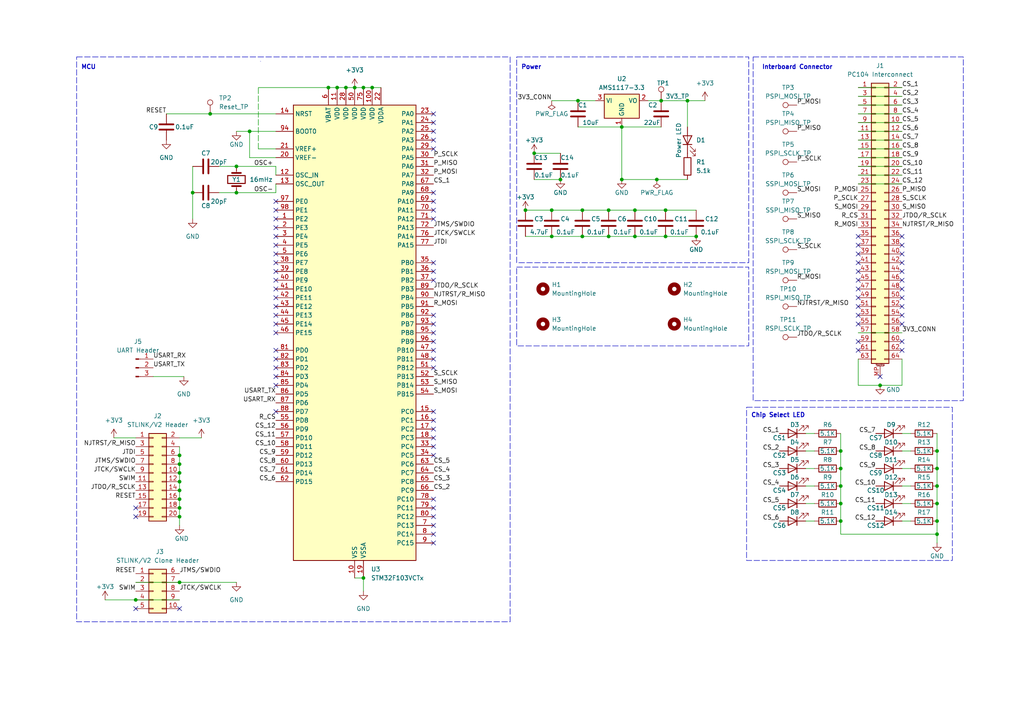
<source format=kicad_sch>
(kicad_sch (version 20230121) (generator eeschema)
  (paper "A4")
  (title_block (title "Hydra Board") (date "2024-02-09") (rev "Rev 0") (company "Husky Satellite Lab"))
  (lib_symbols
    (symbol "Connector:Conn_01x03_Pin" (pin_names (offset 1.016) hide)
      (property "Reference" "J" (at 0 5.08 0))
      (property "Value" "Conn_01x03_Pin" (at 0 -5.08 0))
      (symbol "Conn_01x03_Pin_1_1"
        (pin passive line (at 5.08 2.54 180) (length 3.81) (name "Pin_1") (number "1"))
        (pin passive line (at 5.08 0 180) (length 3.81) (name "Pin_2") (number "2"))
        (pin passive line (at 5.08 -2.54 180) (length 3.81) (name "Pin_3") (number "3"))
      )
    )
    (symbol "Connector:TestPoint" (pin_numbers hide) (pin_names (offset 0.762) hide)
      (property "Reference" "TP" (at 0 6.858 0))
      (property "Value" "TestPoint" (at 0 5.08 0))
      (symbol "TestPoint_1_1"
        (pin passive line (at 0 0 90) (length 2.54) (name "1") (number "1"))
      )
    )
    (symbol "Connector_Generic:Conn_02x05_Top_Bottom" (pin_names (offset 1.016) hide)
      (property "Reference" "J" (at 1.27 7.62 0))
      (property "Value" "Conn_02x05_Top_Bottom" (at 1.27 -7.62 0))
      (symbol "Conn_02x05_Top_Bottom_1_1"
        (pin passive line (at -5.08 5.08 0) (length 3.81) (name "Pin_1") (number "1"))
        (pin passive line (at 7.62 -5.08 180) (length 3.81) (name "Pin_10") (number "10"))
        (pin passive line (at -5.08 2.54 0) (length 3.81) (name "Pin_2") (number "2"))
        (pin passive line (at -5.08 0 0) (length 3.81) (name "Pin_3") (number "3"))
        (pin passive line (at -5.08 -2.54 0) (length 3.81) (name "Pin_4") (number "4"))
        (pin passive line (at -5.08 -5.08 0) (length 3.81) (name "Pin_5") (number "5"))
        (pin passive line (at 7.62 5.08 180) (length 3.81) (name "Pin_6") (number "6"))
        (pin passive line (at 7.62 2.54 180) (length 3.81) (name "Pin_7") (number "7"))
        (pin passive line (at 7.62 0 180) (length 3.81) (name "Pin_8") (number "8"))
        (pin passive line (at 7.62 -2.54 180) (length 3.81) (name "Pin_9") (number "9"))
      )
    )
    (symbol "Connector_Generic:Conn_02x10_Odd_Even" (pin_names (offset 1.016) hide)
      (property "Reference" "J" (at 1.27 12.7 0))
      (property "Value" "Conn_02x10_Odd_Even" (at 1.27 -15.24 0))
      (symbol "Conn_02x10_Odd_Even_1_1"
        (pin passive line (at -5.08 10.16 0) (length 3.81) (name "Pin_1") (number "1"))
        (pin passive line (at 7.62 0 180) (length 3.81) (name "Pin_10") (number "10"))
        (pin passive line (at -5.08 -2.54 0) (length 3.81) (name "Pin_11") (number "11"))
        (pin passive line (at 7.62 -2.54 180) (length 3.81) (name "Pin_12") (number "12"))
        (pin passive line (at -5.08 -5.08 0) (length 3.81) (name "Pin_13") (number "13"))
        (pin passive line (at 7.62 -5.08 180) (length 3.81) (name "Pin_14") (number "14"))
        (pin passive line (at -5.08 -7.62 0) (length 3.81) (name "Pin_15") (number "15"))
        (pin passive line (at 7.62 -7.62 180) (length 3.81) (name "Pin_16") (number "16"))
        (pin passive line (at -5.08 -10.16 0) (length 3.81) (name "Pin_17") (number "17"))
        (pin passive line (at 7.62 -10.16 180) (length 3.81) (name "Pin_18") (number "18"))
        (pin passive line (at -5.08 -12.7 0) (length 3.81) (name "Pin_19") (number "19"))
        (pin passive line (at 7.62 10.16 180) (length 3.81) (name "Pin_2") (number "2"))
        (pin passive line (at 7.62 -12.7 180) (length 3.81) (name "Pin_20") (number "20"))
        (pin passive line (at -5.08 7.62 0) (length 3.81) (name "Pin_3") (number "3"))
        (pin passive line (at 7.62 7.62 180) (length 3.81) (name "Pin_4") (number "4"))
        (pin passive line (at -5.08 5.08 0) (length 3.81) (name "Pin_5") (number "5"))
        (pin passive line (at 7.62 5.08 180) (length 3.81) (name "Pin_6") (number "6"))
        (pin passive line (at -5.08 2.54 0) (length 3.81) (name "Pin_7") (number "7"))
        (pin passive line (at 7.62 2.54 180) (length 3.81) (name "Pin_8") (number "8"))
        (pin passive line (at -5.08 0 0) (length 3.81) (name "Pin_9") (number "9"))
      )
    )
    (symbol "Connector_Generic_MountingPin:Conn_02x32_Odd_Even_MountingPin" (pin_names (offset 1.016) hide)
      (property "Reference" "J" (at 1.27 40.64 0))
      (property "Value" "Conn_02x32_Odd_Even_MountingPin" (at 2.54 -43.18 0))
      (symbol "Conn_02x32_Odd_Even_MountingPin_1_1"
        (text "Mounting" (at 1.27 -42.291 0) (effects (font (size 0.381 0.381))))
        (pin passive line (at -5.08 38.1 0) (length 3.81) (name "Pin_1") (number "1"))
        (pin passive line (at 7.62 27.94 180) (length 3.81) (name "Pin_10") (number "10"))
        (pin passive line (at -5.08 25.4 0) (length 3.81) (name "Pin_11") (number "11"))
        (pin passive line (at 7.62 25.4 180) (length 3.81) (name "Pin_12") (number "12"))
        (pin passive line (at -5.08 22.86 0) (length 3.81) (name "Pin_13") (number "13"))
        (pin passive line (at 7.62 22.86 180) (length 3.81) (name "Pin_14") (number "14"))
        (pin passive line (at -5.08 20.32 0) (length 3.81) (name "Pin_15") (number "15"))
        (pin passive line (at 7.62 20.32 180) (length 3.81) (name "Pin_16") (number "16"))
        (pin passive line (at -5.08 17.78 0) (length 3.81) (name "Pin_17") (number "17"))
        (pin passive line (at 7.62 17.78 180) (length 3.81) (name "Pin_18") (number "18"))
        (pin passive line (at -5.08 15.24 0) (length 3.81) (name "Pin_19") (number "19"))
        (pin passive line (at 7.62 38.1 180) (length 3.81) (name "Pin_2") (number "2"))
        (pin passive line (at 7.62 15.24 180) (length 3.81) (name "Pin_20") (number "20"))
        (pin passive line (at -5.08 12.7 0) (length 3.81) (name "Pin_21") (number "21"))
        (pin passive line (at 7.62 12.7 180) (length 3.81) (name "Pin_22") (number "22"))
        (pin passive line (at -5.08 10.16 0) (length 3.81) (name "Pin_23") (number "23"))
        (pin passive line (at 7.62 10.16 180) (length 3.81) (name "Pin_24") (number "24"))
        (pin passive line (at -5.08 7.62 0) (length 3.81) (name "Pin_25") (number "25"))
        (pin passive line (at 7.62 7.62 180) (length 3.81) (name "Pin_26") (number "26"))
        (pin passive line (at -5.08 5.08 0) (length 3.81) (name "Pin_27") (number "27"))
        (pin passive line (at 7.62 5.08 180) (length 3.81) (name "Pin_28") (number "28"))
        (pin passive line (at -5.08 2.54 0) (length 3.81) (name "Pin_29") (number "29"))
        (pin passive line (at -5.08 35.56 0) (length 3.81) (name "Pin_3") (number "3"))
        (pin passive line (at 7.62 2.54 180) (length 3.81) (name "Pin_30") (number "30"))
        (pin passive line (at -5.08 0 0) (length 3.81) (name "Pin_31") (number "31"))
        (pin passive line (at 7.62 0 180) (length 3.81) (name "Pin_32") (number "32"))
        (pin passive line (at -5.08 -2.54 0) (length 3.81) (name "Pin_33") (number "33"))
        (pin passive line (at 7.62 -2.54 180) (length 3.81) (name "Pin_34") (number "34"))
        (pin passive line (at -5.08 -5.08 0) (length 3.81) (name "Pin_35") (number "35"))
        (pin passive line (at 7.62 -5.08 180) (length 3.81) (name "Pin_36") (number "36"))
        (pin passive line (at -5.08 -7.62 0) (length 3.81) (name "Pin_37") (number "37"))
        (pin passive line (at 7.62 -7.62 180) (length 3.81) (name "Pin_38") (number "38"))
        (pin passive line (at -5.08 -10.16 0) (length 3.81) (name "Pin_39") (number "39"))
        (pin passive line (at 7.62 35.56 180) (length 3.81) (name "Pin_4") (number "4"))
        (pin passive line (at 7.62 -10.16 180) (length 3.81) (name "Pin_40") (number "40"))
        (pin passive line (at -5.08 -12.7 0) (length 3.81) (name "Pin_41") (number "41"))
        (pin passive line (at 7.62 -12.7 180) (length 3.81) (name "Pin_42") (number "42"))
        (pin passive line (at -5.08 -15.24 0) (length 3.81) (name "Pin_43") (number "43"))
        (pin passive line (at 7.62 -15.24 180) (length 3.81) (name "Pin_44") (number "44"))
        (pin passive line (at -5.08 -17.78 0) (length 3.81) (name "Pin_45") (number "45"))
        (pin passive line (at 7.62 -17.78 180) (length 3.81) (name "Pin_46") (number "46"))
        (pin passive line (at -5.08 -20.32 0) (length 3.81) (name "Pin_47") (number "47"))
        (pin passive line (at 7.62 -20.32 180) (length 3.81) (name "Pin_48") (number "48"))
        (pin passive line (at -5.08 -22.86 0) (length 3.81) (name "Pin_49") (number "49"))
        (pin passive line (at -5.08 33.02 0) (length 3.81) (name "Pin_5") (number "5"))
        (pin passive line (at 7.62 -22.86 180) (length 3.81) (name "Pin_50") (number "50"))
        (pin passive line (at -5.08 -25.4 0) (length 3.81) (name "Pin_51") (number "51"))
        (pin passive line (at 7.62 -25.4 180) (length 3.81) (name "Pin_52") (number "52"))
        (pin passive line (at -5.08 -27.94 0) (length 3.81) (name "Pin_53") (number "53"))
        (pin passive line (at 7.62 -27.94 180) (length 3.81) (name "Pin_54") (number "54"))
        (pin passive line (at -5.08 -30.48 0) (length 3.81) (name "Pin_55") (number "55"))
        (pin passive line (at 7.62 -30.48 180) (length 3.81) (name "Pin_56") (number "56"))
        (pin passive line (at -5.08 -33.02 0) (length 3.81) (name "Pin_57") (number "57"))
        (pin passive line (at 7.62 -33.02 180) (length 3.81) (name "Pin_58") (number "58"))
        (pin passive line (at -5.08 -35.56 0) (length 3.81) (name "Pin_59") (number "59"))
        (pin passive line (at 7.62 33.02 180) (length 3.81) (name "Pin_6") (number "6"))
        (pin passive line (at 7.62 -35.56 180) (length 3.81) (name "Pin_60") (number "60"))
        (pin passive line (at -5.08 -38.1 0) (length 3.81) (name "Pin_61") (number "61"))
        (pin passive line (at 7.62 -38.1 180) (length 3.81) (name "Pin_62") (number "62"))
        (pin passive line (at -5.08 -40.64 0) (length 3.81) (name "Pin_63") (number "63"))
        (pin passive line (at 7.62 -40.64 180) (length 3.81) (name "Pin_64") (number "64"))
        (pin passive line (at -5.08 30.48 0) (length 3.81) (name "Pin_7") (number "7"))
        (pin passive line (at 7.62 30.48 180) (length 3.81) (name "Pin_8") (number "8"))
        (pin passive line (at -5.08 27.94 0) (length 3.81) (name "Pin_9") (number "9"))
        (pin passive line (at 1.27 -45.72 90) (length 3.048) (name "MountPin") (number "MP"))
      )
    )
    (symbol "Device:C" (pin_numbers hide) (pin_names (offset 0.254))
      (property "Reference" "C" (at 0.635 2.54 0))
      (property "Value" "C" (at 0.635 -2.54 0))
      (symbol "C_1_1"
        (pin passive line (at 0 3.81 270) (length 2.794) (name "~") (number "1"))
        (pin passive line (at 0 -3.81 90) (length 2.794) (name "~") (number "2"))
      )
    )
    (symbol "Device:Crystal" (pin_numbers hide) (pin_names (offset 1.016) hide)
      (property "Reference" "Y" (at 0 3.81 0))
      (property "Value" "Crystal" (at 0 -3.81 0))
      (symbol "Crystal_1_1"
        (pin passive line (at -3.81 0 0) (length 1.27) (name "1") (number "1"))
        (pin passive line (at 3.81 0 180) (length 1.27) (name "2") (number "2"))
      )
    )
    (symbol "Device:LED" (pin_numbers hide) (pin_names (offset 1.016) hide)
      (property "Reference" "D" (at 0 2.54 0))
      (property "Value" "LED" (at 0 -2.54 0))
      (symbol "LED_1_1"
        (pin passive line (at -3.81 0 0) (length 2.54) (name "K") (number "1"))
        (pin passive line (at 3.81 0 180) (length 2.54) (name "A") (number "2"))
      )
    )
    (symbol "Device:R" (pin_numbers hide) (pin_names (offset 0))
      (property "Reference" "R" (at 2.032 0 90))
      (property "Value" "R" (at 0 0 90))
      (symbol "R_1_1"
        (pin passive line (at 0 3.81 270) (length 1.27) (name "~") (number "1"))
        (pin passive line (at 0 -3.81 90) (length 1.27) (name "~") (number "2"))
      )
    )
    (symbol "MCU_ST_STM32F1:STM32F103VCTx"
      (property "Reference" "U" (at -17.78 67.31 0))
      (property "Value" "STM32F103VCTx" (at 10.16 67.31 0))
      (symbol "STM32F103VCTx_1_1"
        (pin bidirectional line (at -22.86 33.02 0) (length 5.08) (name "PE2") (number "1"))
        (pin power_in line (at 0 -71.12 90) (length 5.08) (name "VSS") (number "10"))
        (pin power_in line (at 5.08 71.12 270) (length 5.08) (name "VDD") (number "100"))
        (pin power_in line (at -5.08 71.12 270) (length 5.08) (name "VDD") (number "11"))
        (pin input line (at -22.86 45.72 0) (length 5.08) (name "OSC_IN") (number "12"))
        (pin input line (at -22.86 43.18 0) (length 5.08) (name "OSC_OUT") (number "13"))
        (pin input line (at -22.86 63.5 0) (length 5.08) (name "NRST") (number "14"))
        (pin bidirectional line (at 22.86 -22.86 180) (length 5.08) (name "PC0") (number "15"))
        (pin bidirectional line (at 22.86 -25.4 180) (length 5.08) (name "PC1") (number "16"))
        (pin bidirectional line (at 22.86 -27.94 180) (length 5.08) (name "PC2") (number "17"))
        (pin bidirectional line (at 22.86 -30.48 180) (length 5.08) (name "PC3") (number "18"))
        (pin power_in line (at 2.54 -71.12 90) (length 5.08) (name "VSSA") (number "19"))
        (pin bidirectional line (at -22.86 30.48 0) (length 5.08) (name "PE3") (number "2"))
        (pin input line (at -22.86 50.8 0) (length 5.08) (name "VREF-") (number "20"))
        (pin input line (at -22.86 53.34 0) (length 5.08) (name "VREF+") (number "21"))
        (pin power_in line (at 7.62 71.12 270) (length 5.08) (name "VDDA") (number "22"))
        (pin bidirectional line (at 22.86 63.5 180) (length 5.08) (name "PA0") (number "23"))
        (pin bidirectional line (at 22.86 60.96 180) (length 5.08) (name "PA1") (number "24"))
        (pin bidirectional line (at 22.86 58.42 180) (length 5.08) (name "PA2") (number "25"))
        (pin bidirectional line (at 22.86 55.88 180) (length 5.08) (name "PA3") (number "26"))
        (pin passive line (at 0 -71.12 90) (length 5.08) hide (name "VSS") (number "27"))
        (pin power_in line (at -2.54 71.12 270) (length 5.08) (name "VDD") (number "28"))
        (pin bidirectional line (at 22.86 53.34 180) (length 5.08) (name "PA4") (number "29"))
        (pin bidirectional line (at -22.86 27.94 0) (length 5.08) (name "PE4") (number "3"))
        (pin bidirectional line (at 22.86 50.8 180) (length 5.08) (name "PA5") (number "30"))
        (pin bidirectional line (at 22.86 48.26 180) (length 5.08) (name "PA6") (number "31"))
        (pin bidirectional line (at 22.86 45.72 180) (length 5.08) (name "PA7") (number "32"))
        (pin bidirectional line (at 22.86 -33.02 180) (length 5.08) (name "PC4") (number "33"))
        (pin bidirectional line (at 22.86 -35.56 180) (length 5.08) (name "PC5") (number "34"))
        (pin bidirectional line (at 22.86 20.32 180) (length 5.08) (name "PB0") (number "35"))
        (pin bidirectional line (at 22.86 17.78 180) (length 5.08) (name "PB1") (number "36"))
        (pin bidirectional line (at 22.86 15.24 180) (length 5.08) (name "PB2") (number "37"))
        (pin bidirectional line (at -22.86 20.32 0) (length 5.08) (name "PE7") (number "38"))
        (pin bidirectional line (at -22.86 17.78 0) (length 5.08) (name "PE8") (number "39"))
        (pin bidirectional line (at -22.86 25.4 0) (length 5.08) (name "PE5") (number "4"))
        (pin bidirectional line (at -22.86 15.24 0) (length 5.08) (name "PE9") (number "40"))
        (pin bidirectional line (at -22.86 12.7 0) (length 5.08) (name "PE10") (number "41"))
        (pin bidirectional line (at -22.86 10.16 0) (length 5.08) (name "PE11") (number "42"))
        (pin bidirectional line (at -22.86 7.62 0) (length 5.08) (name "PE12") (number "43"))
        (pin bidirectional line (at -22.86 5.08 0) (length 5.08) (name "PE13") (number "44"))
        (pin bidirectional line (at -22.86 2.54 0) (length 5.08) (name "PE14") (number "45"))
        (pin bidirectional line (at -22.86 0 0) (length 5.08) (name "PE15") (number "46"))
        (pin bidirectional line (at 22.86 -5.08 180) (length 5.08) (name "PB10") (number "47"))
        (pin bidirectional line (at 22.86 -7.62 180) (length 5.08) (name "PB11") (number "48"))
        (pin passive line (at 0 -71.12 90) (length 5.08) hide (name "VSS") (number "49"))
        (pin bidirectional line (at -22.86 22.86 0) (length 5.08) (name "PE6") (number "5"))
        (pin power_in line (at 0 71.12 270) (length 5.08) (name "VDD") (number "50"))
        (pin bidirectional line (at 22.86 -10.16 180) (length 5.08) (name "PB12") (number "51"))
        (pin bidirectional line (at 22.86 -12.7 180) (length 5.08) (name "PB13") (number "52"))
        (pin bidirectional line (at 22.86 -15.24 180) (length 5.08) (name "PB14") (number "53"))
        (pin bidirectional line (at 22.86 -17.78 180) (length 5.08) (name "PB15") (number "54"))
        (pin bidirectional line (at -22.86 -25.4 0) (length 5.08) (name "PD8") (number "55"))
        (pin bidirectional line (at -22.86 -27.94 0) (length 5.08) (name "PD9") (number "56"))
        (pin bidirectional line (at -22.86 -30.48 0) (length 5.08) (name "PD10") (number "57"))
        (pin bidirectional line (at -22.86 -33.02 0) (length 5.08) (name "PD11") (number "58"))
        (pin bidirectional line (at -22.86 -35.56 0) (length 5.08) (name "PD12") (number "59"))
        (pin power_in line (at -7.62 71.12 270) (length 5.08) (name "VBAT") (number "6"))
        (pin bidirectional line (at -22.86 -38.1 0) (length 5.08) (name "PD13") (number "60"))
        (pin bidirectional line (at -22.86 -40.64 0) (length 5.08) (name "PD14") (number "61"))
        (pin bidirectional line (at -22.86 -43.18 0) (length 5.08) (name "PD15") (number "62"))
        (pin bidirectional line (at 22.86 -38.1 180) (length 5.08) (name "PC6") (number "63"))
        (pin bidirectional line (at 22.86 -40.64 180) (length 5.08) (name "PC7") (number "64"))
        (pin bidirectional line (at 22.86 -43.18 180) (length 5.08) (name "PC8") (number "65"))
        (pin bidirectional line (at 22.86 -45.72 180) (length 5.08) (name "PC9") (number "66"))
        (pin bidirectional line (at 22.86 43.18 180) (length 5.08) (name "PA8") (number "67"))
        (pin bidirectional line (at 22.86 40.64 180) (length 5.08) (name "PA9") (number "68"))
        (pin bidirectional line (at 22.86 38.1 180) (length 5.08) (name "PA10") (number "69"))
        (pin bidirectional line (at 22.86 -55.88 180) (length 5.08) (name "PC13") (number "7"))
        (pin bidirectional line (at 22.86 35.56 180) (length 5.08) (name "PA11") (number "70"))
        (pin bidirectional line (at 22.86 33.02 180) (length 5.08) (name "PA12") (number "71"))
        (pin bidirectional line (at 22.86 30.48 180) (length 5.08) (name "PA13") (number "72"))
        (pin no_connect line (at -17.78 -66.04 0) (length 5.08) hide (name "NC") (number "73"))
        (pin passive line (at 0 -71.12 90) (length 5.08) hide (name "VSS") (number "74"))
        (pin power_in line (at 2.54 71.12 270) (length 5.08) (name "VDD") (number "75"))
        (pin bidirectional line (at 22.86 27.94 180) (length 5.08) (name "PA14") (number "76"))
        (pin bidirectional line (at 22.86 25.4 180) (length 5.08) (name "PA15") (number "77"))
        (pin bidirectional line (at 22.86 -48.26 180) (length 5.08) (name "PC10") (number "78"))
        (pin bidirectional line (at 22.86 -50.8 180) (length 5.08) (name "PC11") (number "79"))
        (pin bidirectional line (at 22.86 -58.42 180) (length 5.08) (name "PC14") (number "8"))
        (pin bidirectional line (at 22.86 -53.34 180) (length 5.08) (name "PC12") (number "80"))
        (pin bidirectional line (at -22.86 -5.08 0) (length 5.08) (name "PD0") (number "81"))
        (pin bidirectional line (at -22.86 -7.62 0) (length 5.08) (name "PD1") (number "82"))
        (pin bidirectional line (at -22.86 -10.16 0) (length 5.08) (name "PD2") (number "83"))
        (pin bidirectional line (at -22.86 -12.7 0) (length 5.08) (name "PD3") (number "84"))
        (pin bidirectional line (at -22.86 -15.24 0) (length 5.08) (name "PD4") (number "85"))
        (pin bidirectional line (at -22.86 -17.78 0) (length 5.08) (name "PD5") (number "86"))
        (pin bidirectional line (at -22.86 -20.32 0) (length 5.08) (name "PD6") (number "87"))
        (pin bidirectional line (at -22.86 -22.86 0) (length 5.08) (name "PD7") (number "88"))
        (pin bidirectional line (at 22.86 12.7 180) (length 5.08) (name "PB3") (number "89"))
        (pin bidirectional line (at 22.86 -60.96 180) (length 5.08) (name "PC15") (number "9"))
        (pin bidirectional line (at 22.86 10.16 180) (length 5.08) (name "PB4") (number "90"))
        (pin bidirectional line (at 22.86 7.62 180) (length 5.08) (name "PB5") (number "91"))
        (pin bidirectional line (at 22.86 5.08 180) (length 5.08) (name "PB6") (number "92"))
        (pin bidirectional line (at 22.86 2.54 180) (length 5.08) (name "PB7") (number "93"))
        (pin input line (at -22.86 58.42 0) (length 5.08) (name "BOOT0") (number "94"))
        (pin bidirectional line (at 22.86 0 180) (length 5.08) (name "PB8") (number "95"))
        (pin bidirectional line (at 22.86 -2.54 180) (length 5.08) (name "PB9") (number "96"))
        (pin bidirectional line (at -22.86 38.1 0) (length 5.08) (name "PE0") (number "97"))
        (pin bidirectional line (at -22.86 35.56 0) (length 5.08) (name "PE1") (number "98"))
        (pin passive line (at 0 -71.12 90) (length 5.08) hide (name "VSS") (number "99"))
      )
    )
    (symbol "Mechanical:MountingHole" (pin_names (offset 1.016))
      (property "Reference" "H" (at 0 5.08 0))
      (property "Value" "MountingHole" (at 0 3.175 0))
    )
    (symbol "Regulator_Linear:AMS1117-3.3"
      (property "Reference" "U" (at -3.81 3.175 0))
      (property "Value" "AMS1117-3.3" (at 0 3.175 0))
      (symbol "AMS1117-3.3_1_1"
        (pin power_in line (at 0 -7.62 90) (length 2.54) (name "GND") (number "1"))
        (pin power_out line (at 7.62 0 180) (length 2.54) (name "VO") (number "2"))
        (pin power_in line (at -7.62 0 0) (length 2.54) (name "VI") (number "3"))
      )
    )
    (symbol "power:+3V3" (power) (pin_names (offset 0))
      (property "Value" "+3V3" (at 0 3.556 0))
      (symbol "+3V3_1_1"
        (pin power_in line (at 0 0 90) (length 0) hide (name "+3V3") (number "1"))
      )
    )
    (symbol "power:GND" (power) (pin_names (offset 0))
      (property "Value" "GND" (at 0 -3.81 0))
      (symbol "GND_1_1"
        (pin power_in line (at 0 0 270) (length 0) hide (name "GND") (number "1"))
      )
    )
    (symbol "power:PWR_FLAG" (power) (pin_numbers hide) (pin_names (offset 0) hide)
      (property "Value" "PWR_FLAG" (at 0 3.81 0))
      (symbol "PWR_FLAG_0_0"
        (pin power_out line (at 0 0 90) (length 0) (name "pwr") (number "1"))
      )
    )
  )
  (junction (at 52.07 142.24))
  (junction (at 184.15 68.58))
  (junction (at 52.07 149.86))
  (junction (at 184.15 60.96))
  (junction (at 105.41 167.64))
  (junction (at 167.64 29.21))
  (junction (at 160.02 60.96))
  (junction (at 271.78 146.05))
  (junction (at 180.34 36.83))
  (junction (at 243.84 140.97))
  (junction (at 52.07 147.32))
  (junction (at 39.37 173.99))
  (junction (at 68.58 48.26))
  (junction (at 52.07 137.16))
  (junction (at 193.04 68.58))
  (junction (at 243.84 146.05))
  (junction (at 243.84 135.89))
  (junction (at 105.41 25.4))
  (junction (at 52.07 139.7))
  (junction (at 243.84 130.81))
  (junction (at 52.07 144.78))
  (junction (at 95.25 25.4))
  (junction (at 97.79 25.4))
  (junction (at 255.27 111.76))
  (junction (at 102.87 25.4))
  (junction (at 243.84 151.13))
  (junction (at 154.94 44.45))
  (junction (at 201.93 68.58))
  (junction (at 271.78 135.89))
  (junction (at 55.88 55.88))
  (junction (at 168.91 68.58))
  (junction (at 191.77 29.21))
  (junction (at 176.53 68.58))
  (junction (at 107.95 25.4))
  (junction (at 162.56 52.07))
  (junction (at 190.5 52.07))
  (junction (at 176.53 60.96))
  (junction (at 68.58 55.88))
  (junction (at 199.39 29.21))
  (junction (at 168.91 60.96))
  (junction (at 52.07 132.08))
  (junction (at 152.4 60.96))
  (junction (at 52.07 134.62))
  (junction (at 271.78 154.94))
  (junction (at 100.33 25.4))
  (junction (at 193.04 60.96))
  (junction (at 271.78 130.81))
  (junction (at 180.34 52.07))
  (junction (at 271.78 140.97))
  (junction (at 72.39 38.1))
  (junction (at 60.96 33.02))
  (junction (at 52.07 168.91))
  (junction (at 271.78 151.13))
  (junction (at 160.02 68.58))
  (no_connect (at 125.73 119.38))
  (no_connect (at 125.73 33.02))
  (no_connect (at 248.92 99.06))
  (no_connect (at 39.37 176.53))
  (no_connect (at 125.73 40.64))
  (no_connect (at 80.01 58.42))
  (no_connect (at 80.01 91.44))
  (no_connect (at 248.92 76.2))
  (no_connect (at 125.73 147.32))
  (no_connect (at 261.62 68.58))
  (no_connect (at 80.01 96.52))
  (no_connect (at 125.73 127))
  (no_connect (at 80.01 109.22))
  (no_connect (at 125.73 129.54))
  (no_connect (at 125.73 154.94))
  (no_connect (at 261.62 88.9))
  (no_connect (at 125.73 78.74))
  (no_connect (at 125.73 76.2))
  (no_connect (at 125.73 63.5))
  (no_connect (at 261.62 83.82))
  (no_connect (at 261.62 99.06))
  (no_connect (at 125.73 124.46))
  (no_connect (at 80.01 104.14))
  (no_connect (at 261.62 73.66))
  (no_connect (at 261.62 76.2))
  (no_connect (at 261.62 101.6))
  (no_connect (at 125.73 38.1))
  (no_connect (at 248.92 71.12))
  (no_connect (at 125.73 152.4))
  (no_connect (at 80.01 71.12))
  (no_connect (at 125.73 58.42))
  (no_connect (at 125.73 81.28))
  (no_connect (at 80.01 88.9))
  (no_connect (at 261.62 78.74))
  (no_connect (at 52.07 176.53))
  (no_connect (at 248.92 78.74))
  (no_connect (at 248.92 86.36))
  (no_connect (at 125.73 99.06))
  (no_connect (at 261.62 86.36))
  (no_connect (at 80.01 119.38))
  (no_connect (at 80.01 93.98))
  (no_connect (at 261.62 71.12))
  (no_connect (at 80.01 83.82))
  (no_connect (at 80.01 78.74))
  (no_connect (at 80.01 101.6))
  (no_connect (at 125.73 121.92))
  (no_connect (at 80.01 76.2))
  (no_connect (at 125.73 101.6))
  (no_connect (at 125.73 106.68))
  (no_connect (at 248.92 91.44))
  (no_connect (at 80.01 111.76))
  (no_connect (at 125.73 132.08))
  (no_connect (at 39.37 149.86))
  (no_connect (at 80.01 106.68))
  (no_connect (at 125.73 93.98))
  (no_connect (at 248.92 73.66))
  (no_connect (at 125.73 157.48))
  (no_connect (at 125.73 104.14))
  (no_connect (at 125.73 96.52))
  (no_connect (at 248.92 88.9))
  (no_connect (at 125.73 55.88))
  (no_connect (at 255.27 109.22))
  (no_connect (at 80.01 68.58))
  (no_connect (at 248.92 81.28))
  (no_connect (at 80.01 81.28))
  (no_connect (at 80.01 60.96))
  (no_connect (at 248.92 83.82))
  (no_connect (at 125.73 35.56))
  (no_connect (at 125.73 149.86))
  (no_connect (at 39.37 147.32))
  (no_connect (at 80.01 73.66))
  (no_connect (at 125.73 43.18))
  (no_connect (at 80.01 66.04))
  (no_connect (at 80.01 86.36))
  (no_connect (at 261.62 81.28))
  (no_connect (at 248.92 93.98))
  (no_connect (at 125.73 144.78))
  (no_connect (at 80.01 63.5))
  (no_connect (at 261.62 91.44))
  (no_connect (at 248.92 101.6))
  (no_connect (at 261.62 93.98))
  (no_connect (at 125.73 60.96))
  (no_connect (at 248.92 68.58))
  (no_connect (at 125.73 91.44))
  (wire (pts (xy 176.53 60.96) (xy 184.15 60.96)))
  (wire (pts (xy 248.92 96.52) (xy 261.62 96.52)))
  (wire (pts (xy 271.78 125.73) (xy 271.78 130.81)))
  (wire (pts (xy 48.26 33.02) (xy 60.96 33.02)))
  (wire (pts (xy 39.37 173.99) (xy 52.07 173.99)))
  (wire (pts (xy 44.45 109.22) (xy 53.34 109.22)))
  (wire (pts (xy 68.58 55.88) (xy 80.01 55.88)))
  (wire (pts (xy 248.92 27.94) (xy 261.62 27.94)))
  (wire (pts (xy 180.34 36.83) (xy 180.34 52.07)))
  (wire (pts (xy 63.5 48.26) (xy 68.58 48.26)))
  (wire (pts (xy 52.07 137.16) (xy 52.07 139.7)))
  (wire (pts (xy 243.84 140.97) (xy 243.84 146.05)))
  (wire (pts (xy 176.53 68.58) (xy 184.15 68.58)))
  (wire (pts (xy 271.78 140.97) (xy 271.78 146.05)))
  (wire (pts (xy 105.41 25.4) (xy 107.95 25.4)))
  (wire (pts (xy 55.88 48.26) (xy 55.88 55.88)))
  (wire (pts (xy 167.64 29.21) (xy 172.72 29.21)))
  (wire (pts (xy 243.84 146.05) (xy 243.84 151.13)))
  (wire (pts (xy 102.87 167.64) (xy 105.41 167.64)))
  (wire (pts (xy 193.04 68.58) (xy 201.93 68.58)))
  (wire (pts (xy 248.92 30.48) (xy 261.62 30.48)))
  (wire (pts (xy 248.92 104.14) (xy 248.92 111.76)))
  (wire (pts (xy 52.07 132.08) (xy 52.07 134.62)))
  (wire (pts (xy 248.92 111.76) (xy 255.27 111.76)))
  (wire (pts (xy 30.48 173.99) (xy 39.37 173.99)))
  (wire (pts (xy 199.39 29.21) (xy 204.47 29.21)))
  (wire (pts (xy 261.62 130.81) (xy 264.16 130.81)))
  (wire (pts (xy 261.62 151.13) (xy 264.16 151.13)))
  (wire (pts (xy 52.07 134.62) (xy 52.07 137.16)))
  (wire (pts (xy 68.58 38.1) (xy 72.39 38.1)))
  (wire (pts (xy 52.07 142.24) (xy 52.07 144.78)))
  (wire (pts (xy 248.92 48.26) (xy 261.62 48.26)))
  (wire (pts (xy 271.78 130.81) (xy 271.78 135.89)))
  (wire (pts (xy 243.84 154.94) (xy 271.78 154.94)))
  (wire (pts (xy 180.34 36.83) (xy 191.77 36.83)))
  (wire (pts (xy 271.78 151.13) (xy 271.78 154.94)))
  (wire (pts (xy 255.27 111.76) (xy 261.62 111.76)))
  (wire (pts (xy 52.07 149.86) (xy 52.07 152.4)))
  (wire (pts (xy 271.78 154.94) (xy 271.78 157.48)))
  (wire (pts (xy 52.07 147.32) (xy 52.07 149.86)))
  (wire (pts (xy 261.62 140.97) (xy 264.16 140.97)))
  (wire (pts (xy 271.78 135.89) (xy 271.78 140.97)))
  (wire (pts (xy 154.94 52.07) (xy 162.56 52.07)))
  (wire (pts (xy 261.62 146.05) (xy 264.16 146.05)))
  (wire (pts (xy 80.01 48.26) (xy 80.01 50.8)))
  (wire (pts (xy 154.94 44.45) (xy 162.56 44.45)))
  (wire (pts (xy 33.02 127) (xy 39.37 127)))
  (wire (pts (xy 152.4 60.96) (xy 160.02 60.96)))
  (wire (pts (xy 199.39 29.21) (xy 199.39 36.83)))
  (wire (pts (xy 248.92 38.1) (xy 261.62 38.1)))
  (wire (pts (xy 52.07 127) (xy 58.42 127)))
  (wire (pts (xy 95.25 25.4) (xy 97.79 25.4)))
  (wire (pts (xy 248.92 50.8) (xy 261.62 50.8)))
  (wire (pts (xy 261.62 104.14) (xy 261.62 111.76)))
  (wire (pts (xy 39.37 168.91) (xy 52.07 168.91)))
  (wire (pts (xy 80.01 45.72) (xy 72.39 45.72)))
  (wire (pts (xy 193.04 60.96) (xy 201.93 60.96)))
  (wire (pts (xy 248.92 53.34) (xy 261.62 53.34)))
  (wire (pts (xy 191.77 29.21) (xy 199.39 29.21)))
  (wire (pts (xy 271.78 146.05) (xy 271.78 151.13)))
  (wire (pts (xy 160.02 68.58) (xy 168.91 68.58)))
  (wire (pts (xy 72.39 45.72) (xy 72.39 38.1)))
  (wire (pts (xy 233.68 151.13) (xy 236.22 151.13)))
  (wire (pts (xy 55.88 55.88) (xy 55.88 63.5)))
  (wire (pts (xy 190.5 52.07) (xy 199.39 52.07)))
  (wire (pts (xy 107.95 25.4) (xy 110.49 25.4)))
  (wire (pts (xy 80.01 55.88) (xy 80.01 53.34)))
  (wire (pts (xy 68.58 48.26) (xy 80.01 48.26)))
  (wire (pts (xy 52.07 144.78) (xy 52.07 147.32)))
  (wire (pts (xy 97.79 25.4) (xy 100.33 25.4)))
  (wire (pts (xy 233.68 135.89) (xy 236.22 135.89)))
  (wire (pts (xy 248.92 33.02) (xy 261.62 33.02)))
  (wire (pts (xy 243.84 135.89) (xy 243.84 140.97)))
  (wire (pts (xy 74.93 43.18) (xy 74.93 25.4)) (stroke (width 0) (type dash)))
  (wire (pts (xy 248.92 35.56) (xy 261.62 35.56)))
  (wire (pts (xy 233.68 140.97) (xy 236.22 140.97)))
  (wire (pts (xy 243.84 130.81) (xy 243.84 135.89)))
  (wire (pts (xy 261.62 135.89) (xy 264.16 135.89)))
  (wire (pts (xy 184.15 68.58) (xy 193.04 68.58)))
  (wire (pts (xy 63.5 55.88) (xy 68.58 55.88)))
  (wire (pts (xy 180.34 52.07) (xy 190.5 52.07)))
  (wire (pts (xy 167.64 36.83) (xy 180.34 36.83)))
  (wire (pts (xy 248.92 45.72) (xy 261.62 45.72)))
  (wire (pts (xy 52.07 139.7) (xy 52.07 142.24)))
  (wire (pts (xy 243.84 151.13) (xy 243.84 154.94)))
  (wire (pts (xy 152.4 68.58) (xy 160.02 68.58)))
  (wire (pts (xy 105.41 167.64) (xy 105.41 171.45)))
  (wire (pts (xy 160.02 29.21) (xy 167.64 29.21)))
  (wire (pts (xy 72.39 38.1) (xy 80.01 38.1)))
  (wire (pts (xy 168.91 68.58) (xy 176.53 68.58)))
  (wire (pts (xy 233.68 125.73) (xy 236.22 125.73)))
  (wire (pts (xy 233.68 146.05) (xy 236.22 146.05)))
  (wire (pts (xy 102.87 25.4) (xy 105.41 25.4)))
  (wire (pts (xy 184.15 60.96) (xy 193.04 60.96)))
  (wire (pts (xy 187.96 29.21) (xy 191.77 29.21)))
  (wire (pts (xy 100.33 25.4) (xy 102.87 25.4)))
  (wire (pts (xy 248.92 40.64) (xy 261.62 40.64)))
  (wire (pts (xy 248.92 25.4) (xy 261.62 25.4)))
  (wire (pts (xy 80.01 43.18) (xy 74.93 43.18)))
  (wire (pts (xy 52.07 129.54) (xy 52.07 132.08)))
  (wire (pts (xy 233.68 130.81) (xy 236.22 130.81)))
  (wire (pts (xy 160.02 60.96) (xy 168.91 60.96)))
  (wire (pts (xy 248.92 43.18) (xy 261.62 43.18)))
  (wire (pts (xy 60.96 33.02) (xy 80.01 33.02)))
  (wire (pts (xy 168.91 60.96) (xy 176.53 60.96)))
  (wire (pts (xy 74.93 25.4) (xy 95.25 25.4)))
  (wire (pts (xy 52.07 168.91) (xy 68.58 168.91)))
  (wire (pts (xy 243.84 125.73) (xy 243.84 130.81)))
  (wire (pts (xy 261.62 125.73) (xy 264.16 125.73)))
  (rectangle (start 218.44 16.51) (end 279.4 116.205) (stroke (width 0) (type dash)))
  (rectangle (start 216.535 118.11) (end 276.225 162.56) (stroke (width 0) (type dash)))
  (rectangle (start 214.63 100.33) (end 214.63 100.33))
  (rectangle (start 75.565 17.78) (end 75.565 17.78))
  (rectangle (start 149.86 77.47) (end 217.17 100.33) (stroke (width 0) (type dash)))
  (rectangle (start 149.86 16.51) (end 217.17 76.2) (stroke (width 0) (type dash)))
  (rectangle (start 22.225 16.51) (end 147.955 180.34) (stroke (width 0) (type dash)))
  (text "Interboard Connector" (at 220.98 20.32 0) (effects (font (size 1.27 1.27) (thickness 0.254) bold) (justify left bottom)))
  (text "MCU" (at 23.495 20.32 0) (effects (font (size 1.27 1.27) (thickness 0.254) bold) (justify left bottom)))
  (text "Chip Select LED" (at 217.805 121.285 0) (effects (font (size 1.27 1.27) (thickness 0.254) bold) (justify left bottom)))
  (text "Power" (at 151.13 20.32 0) (effects (font (size 1.27 1.27) (thickness 0.254) bold) (justify left bottom)))
  (label "S_MOSI" (at 125.73 114.3 0))
  (label "CS_7" (at 261.62 40.64 0))
  (label "CS_9" (at 80.01 132.08 180))
  (label "CS_3" (at 261.62 30.48 0))
  (label "CS_4" (at 226.06 140.97 180))
  (label "OSC-" (at 73.66 55.88 0))
  (label "CS_9" (at 254 135.89 180))
  (label "JTCK{slash}SWCLK" (at 125.73 68.58 0))
  (label "R_CS" (at 80.01 121.92 180))
  (label "CS_5" (at 226.06 146.05 180))
  (label "P_MOSI" (at 231.14 30.48 0))
  (label "USART_TX" (at 80.01 114.3 180))
  (label "NJTRST{slash}R_MISO" (at 231.14 88.9 0))
  (label "NJTRST{slash}R_MISO" (at 39.37 129.54 180))
  (label "OSC+" (at 73.66 48.26 0))
  (label "R_MOSI" (at 231.14 81.28 0))
  (label "JTDI" (at 39.37 132.08 180))
  (label "CS_4" (at 125.73 137.16 0))
  (label "S_MOSI" (at 248.92 60.96 180))
  (label "S_MISO" (at 125.73 111.76 0))
  (label "USART_RX" (at 80.01 116.84 180))
  (label "JTMS{slash}SWDIO" (at 52.07 166.37 0))
  (label "JTDO{slash}R_SCLK" (at 231.14 97.79 0))
  (label "P_MISO" (at 261.62 55.88 0))
  (label "CS_2" (at 125.73 142.24 0))
  (label "USART_RX" (at 44.45 104.14 0))
  (label "CS_1" (at 125.73 53.34 0))
  (label "SWIM" (at 39.37 139.7 180))
  (label "3V3_CONN" (at 261.62 96.52 0))
  (label "CS_3" (at 125.73 139.7 0))
  (label "CS_10" (at 80.01 129.54 180))
  (label "P_SCLK" (at 125.73 45.72 0))
  (label "RESET" (at 39.37 166.37 180))
  (label "CS_7" (at 254 125.73 180))
  (label "CS_6" (at 80.01 139.7 180))
  (label "S_SCLK" (at 231.14 72.39 0))
  (label "CS_10" (at 261.62 48.26 0))
  (label "CS_9" (at 261.62 45.72 0))
  (label "CS_1" (at 261.62 25.4 0))
  (label "NJTRST{slash}R_MISO" (at 261.62 66.04 0))
  (label "JTMS{slash}SWDIO" (at 125.73 66.04 0))
  (label "RESET" (at 39.37 144.78 180))
  (label "3V3_CONN" (at 160.02 29.21 180))
  (label "CS_11" (at 254 146.05 180))
  (label "S_MOSI" (at 231.14 55.88 0))
  (label "S_MISO" (at 231.14 63.5 0))
  (label "S_SCLK" (at 125.73 109.22 0))
  (label "P_SCLK" (at 248.92 58.42 180))
  (label "CS_4" (at 261.62 33.02 0))
  (label "P_MISO" (at 231.14 38.1 0))
  (label "CS_11" (at 80.01 127 180))
  (label "USART_TX" (at 44.45 106.68 0))
  (label "JTDI" (at 125.73 71.12 0))
  (label "CS_12" (at 254 151.13 180))
  (label "P_MOSI" (at 248.92 55.88 180))
  (label "SWIM" (at 39.37 171.45 180))
  (label "JTMS{slash}SWDIO" (at 39.37 134.62 180))
  (label "JTCK{slash}SWCLK" (at 39.37 137.16 180))
  (label "CS_2" (at 261.62 27.94 0))
  (label "S_SCLK" (at 261.62 58.42 0))
  (label "CS_3" (at 226.06 135.89 180))
  (label "CS_6" (at 261.62 38.1 0))
  (label "CS_8" (at 254 130.81 180))
  (label "P_SCLK" (at 231.14 46.99 0))
  (label "CS_12" (at 261.62 53.34 0))
  (label "CS_2" (at 226.06 130.81 180))
  (label "CS_12" (at 80.01 124.46 180))
  (label "JTDO{slash}R_SCLK" (at 39.37 142.24 180))
  (label "JTDO{slash}R_SCLK" (at 125.73 83.82 0))
  (label "S_MISO" (at 261.62 60.96 0))
  (label "CS_1" (at 226.06 125.73 180))
  (label "R_MOSI" (at 248.92 66.04 180))
  (label "CS_6" (at 226.06 151.13 180))
  (label "JTDO{slash}R_SCLK" (at 261.62 63.5 0))
  (label "R_CS" (at 248.92 63.5 180))
  (label "JTCK{slash}SWCLK" (at 52.07 171.45 0))
  (label "CS_8" (at 80.01 134.62 180))
  (label "P_MISO" (at 125.73 48.26 0))
  (label "CS_11" (at 261.62 50.8 0))
  (label "CS_8" (at 261.62 43.18 0))
  (label "R_MOSI" (at 125.73 88.9 0))
  (label "CS_5" (at 261.62 35.56 0))
  (label "CS_10" (at 254 140.97 180))
  (label "RESET" (at 48.26 33.02 180))
  (label "CS_5" (at 125.73 134.62 0))
  (label "NJTRST{slash}R_MISO" (at 125.73 86.36 0))
  (label "CS_7" (at 80.01 137.16 180))
  (label "P_MOSI" (at 125.73 50.8 0))
  (symbol (lib_id "Device:C") (at 152.4 64.77 0) (unit 1)
    (property "Reference" "C3" (at 154.94 63.5 0) (effects (justify left)))
    (property "Value" "4.7uF" (at 153.67 67.31 0) (effects (justify left)))
    (property "Footprint" "Capacitor_SMD:C_0603_1608Metric" (effects hide))
  )
  (symbol (lib_id "Device:C") (at 167.64 33.02 0) (unit 1)
    (property "Reference" "C1" (at 167.64 30.48 0) (effects (justify left)))
    (property "Value" "10uF" (at 168.91 35.56 0) (effects (justify left)))
    (property "Footprint" "Capacitor_SMD:C_0603_1608Metric" (effects hide))
  )
  (symbol (lib_id "Device:R") (at 240.03 125.73 270) (unit 1)
    (property "Reference" "R6" (at 240.03 123.19 90))
    (property "Value" "5.1K" (at 240.03 125.73 90))
    (property "Footprint" "Resistor_SMD:R_0603_1608Metric" (effects hide))
  )
  (symbol (lib_id "Device:C") (at 59.69 55.88 90) (unit 1)
    (property "Reference" "C8" (at 59.69 59.69 90))
    (property "Value" "20pF" (at 63.5 58.42 90))
    (property "Footprint" "Capacitor_SMD:C_0603_1608Metric" (effects hide))
  )
  (symbol (lib_id "Connector_Generic:Conn_02x05_Top_Bottom") (at 44.45 171.45 0) (unit 1)
    (property "Reference" "J3" (at 46.355 160.02 0))
    (property "Value" "STLINK/V2 Clone Header" (at 45.72 162.56 0))
    (property "Footprint" "Connector_PinHeader_2.54mm:PinHeader_2x05_P2.54mm_Vertical" (effects hide))
  )
  (symbol (lib_id "Connector:TestPoint") (at 60.96 33.02 0) (unit 1)
    (property "Reference" "TP2" (at 63.5 28.448 0) (effects (justify left)))
    (property "Value" "Reset_TP" (at 63.5 30.988 0) (effects (justify left)))
    (property "Footprint" "TestPoint:TestPoint_Pad_D1.0mm" (effects hide))
  )
  (symbol (lib_id "Device:R") (at 240.03 140.97 270) (unit 1)
    (property "Reference" "R9" (at 240.03 138.43 90))
    (property "Value" "5.1K" (at 240.03 140.97 90))
    (property "Footprint" "Resistor_SMD:R_0603_1608Metric" (effects hide))
  )
  (symbol (lib_id "Device:LED") (at 257.81 140.97 180) (unit 1)
    (property "Reference" "D12" (at 258.445 138.43 0))
    (property "Value" "CS10" (at 254 142.24 0))
    (property "Footprint" "LED_SMD:LED_0603_1608Metric" (effects hide))
  )
  (symbol (lib_id "Connector:TestPoint") (at 231.14 30.48 90) (unit 1)
    (property "Reference" "TP3" (at 228.6 25.4 90))
    (property "Value" "PSPI_MOSI_TP" (at 228.6 27.94 90))
    (property "Footprint" "TestPoint:TestPoint_Pad_D1.0mm" (effects hide))
  )
  (symbol (lib_id "Connector:TestPoint") (at 191.77 29.21 0) (unit 1)
    (property "Reference" "TP1" (at 190.5 24.13 0) (effects (justify left)))
    (property "Value" "3V3_TP" (at 193.04 27.94 0) (effects (justify left)))
    (property "Footprint" "TestPoint:TestPoint_Pad_D1.0mm" (effects hide))
  )
  (symbol (lib_id "Device:C") (at 160.02 64.77 0) (unit 1)
    (property "Reference" "C4" (at 162.56 63.5 0) (effects (justify left)))
    (property "Value" "0.1uF" (at 161.29 67.31 0) (effects (justify left)))
    (property "Footprint" "Capacitor_SMD:C_0603_1608Metric" (effects hide))
  )
  (symbol (lib_id "Device:C") (at 59.69 48.26 90) (unit 1)
    (property "Reference" "C7" (at 59.69 44.45 90))
    (property "Value" "20pF" (at 63.5 46.99 90))
    (property "Footprint" "Capacitor_SMD:C_0603_1608Metric" (effects hide))
  )
  (symbol (lib_id "power:PWR_FLAG") (at 190.5 52.07 180) (unit 1)
    (property "Reference" "#FLG03" (effects hide))
    (property "Value" "PWR_FLAG" (at 190.5 55.88 0))
  )
  (symbol (lib_id "power:GND") (at 55.88 63.5 0) (unit 1)
    (property "Reference" "#PWR09" (effects hide))
    (property "Value" "GND" (at 55.88 68.58 0))
  )
  (symbol (lib_id "Regulator_Linear:AMS1117-3.3") (at 180.34 29.21 0) (unit 1)
    (property "Reference" "U2" (at 180.34 22.86 0))
    (property "Value" "AMS1117-3.3" (at 180.34 25.4 0))
    (property "Footprint" "Package_TO_SOT_SMD:SOT-223-3_TabPin2" (effects hide))
    (property "Datasheet" "http://www.advanced-monolithic.com/pdf/ds1117.pdf" (effects hide))
  )
  (symbol (lib_id "Mechanical:MountingHole") (at 157.48 93.98 0) (unit 1)
    (property "Reference" "H3" (at 160.02 92.71 0) (effects (justify left)))
    (property "Value" "MountingHole" (at 160.02 95.25 0) (effects (justify left)))
    (property "Footprint" "MountingHole:MountingHole_3.2mm_M3_DIN965_Pad" (effects hide))
  )
  (symbol (lib_id "Device:R") (at 267.97 151.13 270) (unit 1)
    (property "Reference" "R17" (at 267.97 148.59 90))
    (property "Value" "5.1K" (at 267.97 151.13 90))
    (property "Footprint" "Capacitor_SMD:C_0603_1608Metric" (effects hide))
  )
  (symbol (lib_id "Mechanical:MountingHole") (at 195.58 83.82 0) (unit 1)
    (property "Reference" "H2" (at 198.12 82.55 0) (effects (justify left)))
    (property "Value" "MountingHole" (at 198.12 85.09 0) (effects (justify left)))
    (property "Footprint" "MountingHole:MountingHole_3.2mm_M3_DIN965_Pad" (effects hide))
  )
  (symbol (lib_id "power:GND") (at 162.56 52.07 0) (unit 1)
    (property "Reference" "#PWR020" (effects hide))
    (property "Value" "GND" (at 162.56 55.88 0))
  )
  (symbol (lib_id "power:GND") (at 68.58 38.1 0) (unit 1)
    (property "Reference" "#PWR011" (effects hide))
    (property "Value" "GND" (at 68.58 41.91 0))
  )
  (symbol (lib_id "Connector:TestPoint") (at 231.14 72.39 90) (unit 1)
    (property "Reference" "TP8" (at 228.6 67.31 90))
    (property "Value" "SSPI_SCLK_TP" (at 228.6 69.85 90))
    (property "Footprint" "TestPoint:TestPoint_Pad_D1.0mm" (effects hide))
  )
  (symbol (lib_id "Device:C") (at 48.26 36.83 0) (unit 1)
    (property "Reference" "C9" (at 43.18 36.83 0) (effects (justify left)))
    (property "Value" "0.1uF" (at 50.8 36.83 0) (effects (justify left)))
    (property "Footprint" "Capacitor_SMD:C_0603_1608Metric" (effects hide))
  )
  (symbol (lib_id "power:GND") (at 48.26 40.64 0) (unit 1)
    (property "Reference" "#PWR010" (effects hide))
    (property "Value" "GND" (at 48.26 45.72 0))
  )
  (symbol (lib_id "power:+3V3") (at 102.87 25.4 0) (unit 1)
    (property "Reference" "#PWR07" (effects hide))
    (property "Value" "+3V3" (at 102.87 20.32 0))
  )
  (symbol (lib_id "Connector:TestPoint") (at 231.14 55.88 90) (unit 1)
    (property "Reference" "TP6" (at 228.6 50.8 90))
    (property "Value" "SSPI_MOSI_TP" (at 228.6 53.34 90))
    (property "Footprint" "TestPoint:TestPoint_Pad_D1.0mm" (effects hide))
  )
  (symbol (lib_id "Device:R") (at 240.03 151.13 270) (unit 1)
    (property "Reference" "R11" (at 240.03 148.59 90))
    (property "Value" "5.1K" (at 240.03 151.13 90))
    (property "Footprint" "Resistor_SMD:R_0603_1608Metric" (effects hide))
  )
  (symbol (lib_id "Device:LED") (at 229.87 151.13 180) (unit 1)
    (property "Reference" "D8" (at 230.505 148.59 0))
    (property "Value" "CS6" (at 226.06 152.4 0))
    (property "Footprint" "LED_SMD:LED_0603_1608Metric" (effects hide))
  )
  (symbol (lib_id "Connector:TestPoint") (at 231.14 38.1 90) (unit 1)
    (property "Reference" "TP4" (at 228.6 33.02 90))
    (property "Value" "PSPI_MISO_TP" (at 228.6 35.56 90))
    (property "Footprint" "TestPoint:TestPoint_Pad_D1.0mm" (effects hide))
  )
  (symbol (lib_id "power:GND") (at 201.93 68.58 0) (unit 1)
    (property "Reference" "#PWR06" (effects hide))
    (property "Value" "GND" (at 201.93 72.39 0))
  )
  (symbol (lib_id "power:GND") (at 53.34 109.22 0) (unit 1)
    (property "Reference" "#PWR017" (effects hide))
    (property "Value" "GND" (at 53.34 114.3 0))
  )
  (symbol (lib_id "Connector:TestPoint") (at 231.14 97.79 90) (unit 1)
    (property "Reference" "TP11" (at 228.6 92.71 90))
    (property "Value" "RSPI_SCLK_TP" (at 228.6 95.25 90))
    (property "Footprint" "TestPoint:TestPoint_Pad_D1.0mm" (effects hide))
  )
  (symbol (lib_id "Connector:Conn_01x03_Pin") (at 39.37 106.68 0) (unit 1)
    (property "Reference" "J5" (at 40.005 99.06 0))
    (property "Value" "UART Header" (at 40.005 101.6 0))
    (property "Footprint" "Connector_PinHeader_2.54mm:PinHeader_1x03_P2.54mm_Vertical" (effects hide))
  )
  (symbol (lib_id "power:GND") (at 271.78 157.48 0) (unit 1)
    (property "Reference" "#PWR019" (effects hide))
    (property "Value" "GND" (at 271.78 161.29 0))
  )
  (symbol (lib_id "Device:LED") (at 257.81 125.73 180) (unit 1)
    (property "Reference" "D9" (at 258.445 123.19 0))
    (property "Value" "CS7" (at 254 127 0))
    (property "Footprint" "LED_SMD:LED_0603_1608Metric" (effects hide))
  )
  (symbol (lib_id "Mechanical:MountingHole") (at 195.58 93.98 0) (unit 1)
    (property "Reference" "H4" (at 198.12 92.71 0) (effects (justify left)))
    (property "Value" "MountingHole" (at 198.12 95.25 0) (effects (justify left)))
    (property "Footprint" "MountingHole:MountingHole_3.2mm_M3_DIN965_Pad" (effects hide))
  )
  (symbol (lib_id "Device:R") (at 267.97 146.05 270) (unit 1)
    (property "Reference" "R16" (at 267.97 143.51 90))
    (property "Value" "5.1K" (at 267.97 146.05 90))
    (property "Footprint" "Resistor_SMD:R_0603_1608Metric" (effects hide))
  )
  (symbol (lib_id "Device:C") (at 154.94 48.26 0) (unit 1)
    (property "Reference" "C13" (at 154.94 45.72 0) (effects (justify left)))
    (property "Value" "0.1uF" (at 154.94 50.8 0) (effects (justify left)))
    (property "Footprint" "Capacitor_SMD:C_0603_1608Metric" (effects hide))
  )
  (symbol (lib_id "Device:R") (at 240.03 135.89 270) (unit 1)
    (property "Reference" "R8" (at 240.03 133.35 90))
    (property "Value" "5.1K" (at 240.03 135.89 90))
    (property "Footprint" "Resistor_SMD:R_0603_1608Metric" (effects hide))
  )
  (symbol (lib_id "Device:C") (at 193.04 64.77 0) (unit 1)
    (property "Reference" "C11" (at 195.58 63.5 0) (effects (justify left)))
    (property "Value" "0.1uF" (at 194.31 67.31 0) (effects (justify left)))
    (property "Footprint" "Capacitor_SMD:C_0603_1608Metric" (effects hide))
  )
  (symbol (lib_id "Device:C") (at 168.91 64.77 0) (unit 1)
    (property "Reference" "C5" (at 171.45 63.5 0) (effects (justify left)))
    (property "Value" "0.1uF" (at 170.18 67.31 0) (effects (justify left)))
    (property "Footprint" "Capacitor_SMD:C_0603_1608Metric" (effects hide))
  )
  (symbol (lib_id "Device:LED") (at 257.81 151.13 180) (unit 1)
    (property "Reference" "D14" (at 258.445 148.59 0))
    (property "Value" "CS12" (at 254 152.4 0))
    (property "Footprint" "LED_SMD:LED_0603_1608Metric" (effects hide))
  )
  (symbol (lib_id "power:+3V3") (at 154.94 44.45 0) (unit 1)
    (property "Reference" "#PWR01" (effects hide))
    (property "Value" "+3V3" (at 154.94 40.64 0))
  )
  (symbol (lib_id "Device:C") (at 201.93 64.77 0) (unit 1)
    (property "Reference" "C12" (at 204.47 63.5 0) (effects (justify left)))
    (property "Value" "0.1uF" (at 203.2 67.31 0) (effects (justify left)))
    (property "Footprint" "Capacitor_SMD:C_0603_1608Metric" (effects hide))
  )
  (symbol (lib_id "Device:R") (at 240.03 146.05 270) (unit 1)
    (property "Reference" "R10" (at 240.03 143.51 90))
    (property "Value" "5.1K" (at 240.03 146.05 90))
    (property "Footprint" "Resistor_SMD:R_0603_1608Metric" (effects hide))
  )
  (symbol (lib_id "power:GND") (at 52.07 152.4 0) (unit 1)
    (property "Reference" "#PWR014" (effects hide))
    (property "Value" "GND" (at 52.705 156.21 0))
  )
  (symbol (lib_id "Device:LED") (at 257.81 130.81 180) (unit 1)
    (property "Reference" "D10" (at 258.445 128.27 0))
    (property "Value" "CS8" (at 254 132.08 0))
    (property "Footprint" "LED_SMD:LED_0603_1608Metric" (effects hide))
  )
  (symbol (lib_id "Connector:TestPoint") (at 231.14 46.99 90) (unit 1)
    (property "Reference" "TP5" (at 228.6 41.91 90))
    (property "Value" "PSPI_SCLK_TP" (at 228.6 44.45 90))
    (property "Footprint" "TestPoint:TestPoint_Pad_D1.0mm" (effects hide))
  )
  (symbol (lib_id "Device:LED") (at 229.87 140.97 180) (unit 1)
    (property "Reference" "D6" (at 230.505 138.43 0))
    (property "Value" "CS4" (at 226.06 142.24 0))
    (property "Footprint" "LED_SMD:LED_0603_1608Metric" (effects hide))
  )
  (symbol (lib_id "Mechanical:MountingHole") (at 157.48 83.82 0) (unit 1)
    (property "Reference" "H1" (at 160.02 82.55 0) (effects (justify left)))
    (property "Value" "MountingHole" (at 160.02 85.09 0) (effects (justify left)))
    (property "Footprint" "MountingHole:MountingHole_3.2mm_M3_DIN965_Pad" (effects hide))
  )
  (symbol (lib_id "Device:R") (at 240.03 130.81 270) (unit 1)
    (property "Reference" "R7" (at 240.03 128.27 90))
    (property "Value" "5.1K" (at 240.03 130.81 90))
    (property "Footprint" "Resistor_SMD:R_0603_1608Metric" (effects hide))
  )
  (symbol (lib_id "Device:LED") (at 199.39 40.64 90) (unit 1)
    (property "Reference" "D1" (at 201.93 40.64 90) (effects (justify right)))
    (property "Value" "Power LED" (at 196.85 35.56 0) (effects (justify right)))
    (property "Footprint" "LED_SMD:LED_0603_1608Metric" (effects hide))
  )
  (symbol (lib_id "power:+3V3") (at 58.42 127 0) (unit 1)
    (property "Reference" "#PWR013" (effects hide))
    (property "Value" "+3V3" (at 58.42 121.92 0))
  )
  (symbol (lib_id "Device:C") (at 176.53 64.77 0) (unit 1)
    (property "Reference" "C6" (at 179.07 63.5 0) (effects (justify left)))
    (property "Value" "0.1uF" (at 177.8 67.31 0) (effects (justify left)))
    (property "Footprint" "Capacitor_SMD:C_0603_1608Metric" (effects hide))
  )
  (symbol (lib_id "power:GND") (at 68.58 168.91 0) (unit 1)
    (property "Reference" "#PWR015" (effects hide))
    (property "Value" "GND" (at 68.58 173.99 0))
  )
  (symbol (lib_id "power:GND") (at 255.27 111.76 0) (unit 1)
    (property "Reference" "#PWR03" (effects hide))
    (property "Value" "GND" (at 259.08 113.03 0))
  )
  (symbol (lib_id "Device:R") (at 267.97 125.73 270) (unit 1)
    (property "Reference" "R12" (at 267.97 123.19 90))
    (property "Value" "5.1K" (at 267.97 125.73 90))
    (property "Footprint" "Resistor_SMD:R_0603_1608Metric" (effects hide))
  )
  (symbol (lib_id "Connector_Generic_MountingPin:Conn_02x32_Odd_Even_MountingPin") (at 254 63.5 0) (unit 1)
    (property "Reference" "J1" (at 255.27 19.05 0))
    (property "Value" "PC104 Interconnect" (at 255.27 21.59 0))
    (property "Footprint" "Connector_PinHeader_2.54mm:PinHeader_2x32_P2.54mm_Vertical" (effects hide))
  )
  (symbol (lib_id "Connector:TestPoint") (at 231.14 88.9 90) (unit 1)
    (property "Reference" "TP10" (at 228.6 83.82 90))
    (property "Value" "RSPI_MISO_TP" (at 228.6 86.36 90))
    (property "Footprint" "TestPoint:TestPoint_Pad_D1.0mm" (effects hide))
  )
  (symbol (lib_id "power:GND") (at 105.41 171.45 0) (unit 1)
    (property "Reference" "#PWR08" (effects hide))
    (property "Value" "GND" (at 105.41 176.53 0))
  )
  (symbol (lib_id "Device:R") (at 199.39 48.26 0) (unit 1)
    (property "Reference" "R1" (at 201.93 46.99 0) (effects (justify left)))
    (property "Value" "5.1k" (at 201.93 49.53 0) (effects (justify left)))
    (property "Footprint" "Resistor_SMD:R_0603_1608Metric" (effects hide))
  )
  (symbol (lib_id "power:+3V3") (at 152.4 60.96 0) (unit 1)
    (property "Reference" "#PWR05" (effects hide))
    (property "Value" "+3V3" (at 152.4 57.15 0))
  )
  (symbol (lib_id "Device:LED") (at 229.87 135.89 180) (unit 1)
    (property "Reference" "D5" (at 230.505 133.35 0))
    (property "Value" "CS3" (at 226.06 137.16 0))
    (property "Footprint" "LED_SMD:LED_0603_1608Metric" (effects hide))
  )
  (symbol (lib_id "power:GND") (at 180.34 52.07 0) (unit 1)
    (property "Reference" "#PWR04" (effects hide))
    (property "Value" "GND" (at 180.34 55.88 0))
  )
  (symbol (lib_id "power:+3V3") (at 30.48 173.99 0) (unit 1)
    (property "Reference" "#PWR016" (effects hide))
    (property "Value" "+3V3" (at 30.48 170.18 0))
  )
  (symbol (lib_id "Device:LED") (at 257.81 146.05 180) (unit 1)
    (property "Reference" "D13" (at 258.445 143.51 0))
    (property "Value" "CS11" (at 254 147.32 0))
    (property "Footprint" "LED_SMD:LED_0603_1608Metric" (effects hide))
  )
  (symbol (lib_id "Device:R") (at 267.97 130.81 270) (unit 1)
    (property "Reference" "R13" (at 267.97 128.27 90))
    (property "Value" "5.1K" (at 267.97 130.81 90))
    (property "Footprint" "Resistor_SMD:R_0603_1608Metric" (effects hide))
  )
  (symbol (lib_id "Device:C") (at 191.77 33.02 0) (unit 1)
    (property "Reference" "C2" (at 187.96 30.48 0) (effects (justify left)))
    (property "Value" "22uF" (at 186.69 35.56 0) (effects (justify left)))
    (property "Footprint" "Capacitor_SMD:C_0603_1608Metric" (effects hide))
  )
  (symbol (lib_id "Device:LED") (at 229.87 130.81 180) (unit 1)
    (property "Reference" "D4" (at 230.505 128.27 0))
    (property "Value" "CS2" (at 226.06 132.08 0))
    (property "Footprint" "LED_SMD:LED_0603_1608Metric" (effects hide))
  )
  (symbol (lib_id "Device:R") (at 267.97 140.97 270) (unit 1)
    (property "Reference" "R15" (at 267.97 138.43 90))
    (property "Value" "5.1K" (at 267.97 140.97 90))
    (property "Footprint" "Resistor_SMD:R_0603_1608Metric" (effects hide))
  )
  (symbol (lib_id "Connector:TestPoint") (at 231.14 81.28 90) (unit 1)
    (property "Reference" "TP9" (at 228.6 76.2 90))
    (property "Value" "RSPI_MOSI_TP" (at 228.6 78.74 90))
    (property "Footprint" "TestPoint:TestPoint_Pad_D1.0mm" (effects hide))
  )
  (symbol (lib_id "power:PWR_FLAG") (at 160.02 29.21 180) (unit 1)
    (property "Reference" "#FLG02" (effects hide))
    (property "Value" "PWR_FLAG" (at 160.02 33.02 0))
  )
  (symbol (lib_id "Connector:TestPoint") (at 231.14 63.5 90) (unit 1)
    (property "Reference" "TP7" (at 228.6 58.42 90))
    (property "Value" "SSPI_MISO_TP" (at 228.6 60.96 90))
    (property "Footprint" "TestPoint:TestPoint_Pad_D1.0mm" (effects hide))
  )
  (symbol (lib_id "Device:LED") (at 257.81 135.89 180) (unit 1)
    (property "Reference" "D11" (at 258.445 133.35 0))
    (property "Value" "CS9" (at 254 137.16 0))
    (property "Footprint" "LED_SMD:LED_0603_1608Metric" (effects hide))
  )
  (symbol (lib_id "Device:LED") (at 229.87 146.05 180) (unit 1)
    (property "Reference" "D7" (at 230.505 143.51 0))
    (property "Value" "CS5" (at 226.06 147.32 0))
    (property "Footprint" "LED_SMD:LED_0603_1608Metric" (effects hide))
  )
  (symbol (lib_id "power:+3V3") (at 33.02 127 0) (unit 1)
    (property "Reference" "#PWR012" (effects hide))
    (property "Value" "+3V3" (at 33.02 121.92 0))
  )
  (symbol (lib_id "MCU_ST_STM32F1:STM32F103VCTx") (at 102.87 96.52 0) (unit 1)
    (property "Reference" "U3" (at 107.6041 165.1 0) (effects (justify left)))
    (property "Value" "STM32F103VCTx" (at 107.6041 167.64 0) (effects (justify left)))
    (property "Footprint" "Package_QFP:LQFP-100_14x14mm_P0.5mm" (effects hide))
    (property "Datasheet" "https://www.st.com/resource/en/datasheet/stm32f103vc.pdf" (effects hide))
  )
  (symbol (lib_id "Device:R") (at 267.97 135.89 270) (unit 1)
    (property "Reference" "R14" (at 267.97 133.35 90))
    (property "Value" "5.1K" (at 267.97 135.89 90))
    (property "Footprint" "Resistor_SMD:R_0603_1608Metric" (effects hide))
  )
  (symbol (lib_id "Connector_Generic:Conn_02x10_Odd_Even") (at 44.45 137.16 0) (unit 1)
    (property "Reference" "J2" (at 45.72 120.65 0))
    (property "Value" "STLINK/V2 Header" (at 45.72 123.19 0))
    (property "Footprint" "Connector_PinHeader_2.54mm:PinHeader_2x10_P2.54mm_Vertical" (effects hide))
  )
  (symbol (lib_id "Device:Crystal") (at 68.58 52.07 90) (unit 1)
    (property "Reference" "Y1" (at 67.31 52.07 90) (effects (justify right)))
    (property "Value" "16mHz" (at 72.39 52.07 90) (effects (justify right)))
    (property "Footprint" "Crystal:Crystal_HC49-U_Vertical" (effects hide))
  )
  (symbol (lib_id "power:+3V3") (at 204.47 29.21 0) (unit 1)
    (property "Reference" "#PWR02" (effects hide))
    (property "Value" "+3V3" (at 204.47 24.13 0))
  )
  (symbol (lib_id "Device:C") (at 184.15 64.77 0) (unit 1)
    (property "Reference" "C10" (at 186.69 63.5 0) (effects (justify left)))
    (property "Value" "0.1uF" (at 185.42 67.31 0) (effects (justify left)))
    (property "Footprint" "Capacitor_SMD:C_0603_1608Metric" (effects hide))
  )
  (symbol (lib_id "Device:C") (at 162.56 48.26 0) (unit 1)
    (property "Reference" "C14" (at 162.56 45.72 0) (effects (justify left)))
    (property "Value" "0.1uF" (at 162.56 50.8 0) (effects (justify left)))
    (property "Footprint" "Capacitor_SMD:C_0603_1608Metric" (effects hide))
  )
  (symbol (lib_id "Device:LED") (at 229.87 125.73 180) (unit 1)
    (property "Reference" "D3" (at 230.505 123.19 0))
    (property "Value" "CS1" (at 226.06 127 0))
    (property "Footprint" "LED_SMD:LED_0603_1608Metric" (effects hide))
  )
)
</source>
